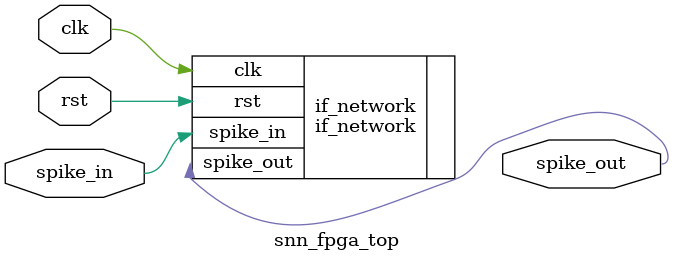
<source format=sv>
`timescale 1ns / 1ps
module snn_fpga_top
(
    input wire clk,
    input wire rst,
    input wire spike_in,
    output wire spike_out
);

if_network 
#(
    .THRESH(4),
    .RESET(0),
    .REFRAC(0),
    .WEIGHT_SIZE(32),
    .NUM_INPUTS(1),
    .NUM_OUTPUTS(1),
    .NUM_LAYERS(1),
    .NUM_HIDDEN_LAYER_NEURONS({1})
)
if_network
(
    .clk(clk),
    .rst(rst),
    .spike_in(spike_in),
    .spike_out(spike_out)
);


// if_neuron 
// #(
//     .THRESH(4),
//     .RESET(0),
//     .WEIGHT_SIZE(32),
//     .NUM_INPUTS(1),
//     .WEIGHT_FILENAME("neuron.txt")
// )
// uut
// (
//     .rst(rst),
//     .spike_out(spike_out),
//     .spike_in(spike_in)
// );


endmodule
</source>
